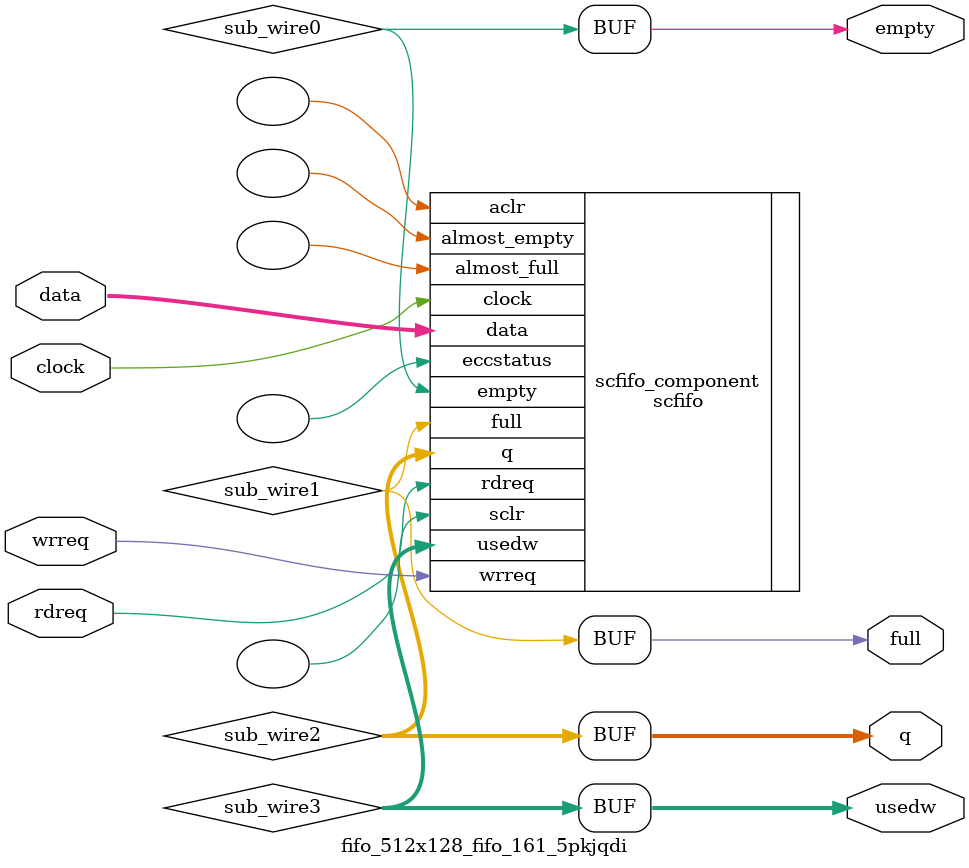
<source format=v>



`timescale 1 ps / 1 ps
// synopsys translate_on
module  fifo_512x128_fifo_161_5pkjqdi  (
    clock,
    data,
    rdreq,
    wrreq,
    empty,
    full,
    q,
    usedw);

    input    clock;
    input  [127:0]  data;
    input    rdreq;
    input    wrreq;
    output   empty;
    output   full;
    output [127:0]  q;
    output [8:0]  usedw;

    wire  sub_wire0;
    wire  sub_wire1;
    wire [127:0] sub_wire2;
    wire [8:0] sub_wire3;
    wire  empty = sub_wire0;
    wire  full = sub_wire1;
    wire [127:0] q = sub_wire2[127:0];
    wire [8:0] usedw = sub_wire3[8:0];

    scfifo  scfifo_component (
                .clock (clock),
                .data (data),
                .rdreq (rdreq),
                .wrreq (wrreq),
                .empty (sub_wire0),
                .full (sub_wire1),
                .q (sub_wire2),
                .usedw (sub_wire3),
                .aclr (),
                .almost_empty (),
                .almost_full (),
                .eccstatus (),
                .sclr ());
    defparam
        scfifo_component.add_ram_output_register  = "OFF",
        scfifo_component.enable_ecc  = "FALSE",
        scfifo_component.intended_device_family  = "Arria 10",
        scfifo_component.lpm_hint  = "RAM_BLOCK_TYPE=MLAB",
        scfifo_component.lpm_numwords  = 512,
        scfifo_component.lpm_showahead  = "ON",
        scfifo_component.lpm_type  = "scfifo",
        scfifo_component.lpm_width  = 128,
        scfifo_component.lpm_widthu  = 9,
        scfifo_component.overflow_checking  = "ON",
        scfifo_component.underflow_checking  = "ON",
        scfifo_component.use_eab  = "ON";


endmodule



</source>
